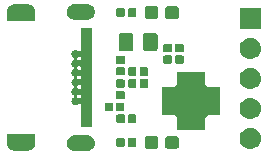
<source format=gbr>
G04 #@! TF.GenerationSoftware,KiCad,Pcbnew,5.0.1*
G04 #@! TF.CreationDate,2019-03-26T00:16:52+01:00*
G04 #@! TF.ProjectId,darling,6461726C696E672E6B696361645F7063,rev?*
G04 #@! TF.SameCoordinates,Original*
G04 #@! TF.FileFunction,Soldermask,Top*
G04 #@! TF.FilePolarity,Negative*
%FSLAX46Y46*%
G04 Gerber Fmt 4.6, Leading zero omitted, Abs format (unit mm)*
G04 Created by KiCad (PCBNEW 5.0.1) date Tue 26 Mar 2019 12:16:52 AM CET*
%MOMM*%
%LPD*%
G01*
G04 APERTURE LIST*
%ADD10C,0.100000*%
G04 APERTURE END LIST*
D10*
G36*
X120759803Y-128250723D02*
X120763287Y-128251780D01*
X120769227Y-128253582D01*
X120777913Y-128258225D01*
X120779651Y-128259651D01*
X120785527Y-128264473D01*
X120790349Y-128270349D01*
X120791775Y-128272087D01*
X120796418Y-128280773D01*
X120798220Y-128286713D01*
X120799277Y-128290197D01*
X120800847Y-128306141D01*
X120800847Y-129043856D01*
X120800798Y-129044354D01*
X120800358Y-129053988D01*
X120800325Y-129053987D01*
X120799734Y-129068089D01*
X120792110Y-129151851D01*
X120790356Y-129163440D01*
X120788528Y-129172346D01*
X120788189Y-129174058D01*
X120786449Y-129183181D01*
X120783840Y-129193966D01*
X120760106Y-129274605D01*
X120756129Y-129285652D01*
X120752603Y-129294041D01*
X120751939Y-129295653D01*
X120748452Y-129304283D01*
X120743809Y-129314332D01*
X120704864Y-129388826D01*
X120698812Y-129398900D01*
X120693765Y-129406381D01*
X120692794Y-129407841D01*
X120687660Y-129415687D01*
X120681158Y-129424636D01*
X120628478Y-129490157D01*
X120620603Y-129498841D01*
X120614138Y-129505261D01*
X120612909Y-129506499D01*
X120606404Y-129513142D01*
X120598267Y-129520676D01*
X120533847Y-129574731D01*
X120524470Y-129581692D01*
X120516884Y-129586732D01*
X120515430Y-129587713D01*
X120507746Y-129592975D01*
X120498314Y-129598777D01*
X120424623Y-129639290D01*
X120414059Y-129644304D01*
X120405680Y-129647758D01*
X120404073Y-129648433D01*
X120395458Y-129652125D01*
X120385087Y-129655982D01*
X120304974Y-129681395D01*
X120293566Y-129684281D01*
X120284634Y-129686050D01*
X120282925Y-129686401D01*
X120273854Y-129688329D01*
X120262908Y-129690102D01*
X120179378Y-129699472D01*
X120169084Y-129700012D01*
X120168653Y-129700035D01*
X120154632Y-129700819D01*
X120151535Y-129700841D01*
X120150953Y-129700843D01*
X120150082Y-129700843D01*
X120149917Y-129700847D01*
X119050700Y-129700847D01*
X119040439Y-129700237D01*
X119039130Y-129700166D01*
X119027347Y-129699589D01*
X118943700Y-129691388D01*
X118932104Y-129689551D01*
X118923225Y-129687664D01*
X118921520Y-129687314D01*
X118912359Y-129685500D01*
X118901624Y-129682824D01*
X118821344Y-129658586D01*
X118821099Y-129658508D01*
X118810127Y-129654472D01*
X118801714Y-129650866D01*
X118800105Y-129650190D01*
X118791542Y-129646661D01*
X118781518Y-129641944D01*
X118707315Y-129602490D01*
X118697288Y-129596369D01*
X118689818Y-129591254D01*
X118688367Y-129590276D01*
X118680586Y-129585106D01*
X118671664Y-129578529D01*
X118606495Y-129525377D01*
X118597891Y-129517463D01*
X118591516Y-129510954D01*
X118590298Y-129509727D01*
X118583672Y-129503146D01*
X118576209Y-129494973D01*
X118522618Y-129430195D01*
X118515691Y-129420727D01*
X118510724Y-129413138D01*
X118509759Y-129411685D01*
X118504542Y-129403950D01*
X118498799Y-129394467D01*
X118458803Y-129320496D01*
X118453867Y-129309904D01*
X118450461Y-129301474D01*
X118449798Y-129299866D01*
X118446182Y-129291263D01*
X118442397Y-129280864D01*
X118417465Y-129200322D01*
X118417289Y-129199545D01*
X118414735Y-129189150D01*
X118413027Y-129180201D01*
X118412691Y-129178505D01*
X118410818Y-129169379D01*
X118409125Y-129158440D01*
X118400337Y-129074828D01*
X118399806Y-129063115D01*
X118399842Y-129057893D01*
X118399243Y-129044771D01*
X118399153Y-129043857D01*
X118399153Y-128306141D01*
X118400723Y-128290197D01*
X118401780Y-128286713D01*
X118403582Y-128280773D01*
X118408225Y-128272087D01*
X118409651Y-128270349D01*
X118414473Y-128264473D01*
X118420349Y-128259651D01*
X118422087Y-128258225D01*
X118430773Y-128253582D01*
X118436713Y-128251780D01*
X118440197Y-128250723D01*
X118456141Y-128249153D01*
X120743859Y-128249153D01*
X120759803Y-128250723D01*
X120759803Y-128250723D01*
G37*
G36*
X125315486Y-128408229D02*
X125327423Y-128409405D01*
X125388685Y-128427989D01*
X125449948Y-128446573D01*
X125562868Y-128506930D01*
X125661843Y-128588157D01*
X125743070Y-128687132D01*
X125803427Y-128800052D01*
X125840595Y-128922578D01*
X125853145Y-129050000D01*
X125843052Y-129152471D01*
X125840595Y-129177423D01*
X125824114Y-129231751D01*
X125803427Y-129299948D01*
X125743070Y-129412868D01*
X125661843Y-129511843D01*
X125562868Y-129593070D01*
X125449948Y-129653427D01*
X125388685Y-129672011D01*
X125327423Y-129690595D01*
X125319371Y-129691388D01*
X125231932Y-129700000D01*
X124068068Y-129700000D01*
X123980629Y-129691388D01*
X123972577Y-129690595D01*
X123911315Y-129672011D01*
X123850052Y-129653427D01*
X123737132Y-129593070D01*
X123638157Y-129511843D01*
X123556930Y-129412868D01*
X123496573Y-129299948D01*
X123475886Y-129231751D01*
X123459405Y-129177423D01*
X123456948Y-129152471D01*
X123446855Y-129050000D01*
X123459405Y-128922578D01*
X123496573Y-128800052D01*
X123556930Y-128687132D01*
X123638157Y-128588157D01*
X123737132Y-128506930D01*
X123850052Y-128446573D01*
X123911315Y-128427989D01*
X123972577Y-128409405D01*
X123984514Y-128408229D01*
X124068068Y-128400000D01*
X125231932Y-128400000D01*
X125315486Y-128408229D01*
X125315486Y-128408229D01*
G37*
G36*
X139110443Y-127765519D02*
X139176627Y-127772037D01*
X139289853Y-127806384D01*
X139346467Y-127823557D01*
X139485087Y-127897652D01*
X139502991Y-127907222D01*
X139538729Y-127936552D01*
X139640186Y-128019814D01*
X139723448Y-128121271D01*
X139752778Y-128157009D01*
X139752779Y-128157011D01*
X139836443Y-128313533D01*
X139836443Y-128313534D01*
X139887963Y-128483373D01*
X139905359Y-128660000D01*
X139887963Y-128836627D01*
X139861890Y-128922577D01*
X139836443Y-129006467D01*
X139762348Y-129145087D01*
X139752778Y-129162991D01*
X139738654Y-129180201D01*
X139640186Y-129300186D01*
X139538729Y-129383448D01*
X139502991Y-129412778D01*
X139502317Y-129413138D01*
X139346467Y-129496443D01*
X139301178Y-129510181D01*
X139176627Y-129547963D01*
X139110443Y-129554481D01*
X139044260Y-129561000D01*
X138955740Y-129561000D01*
X138889557Y-129554481D01*
X138823373Y-129547963D01*
X138698822Y-129510181D01*
X138653533Y-129496443D01*
X138497683Y-129413138D01*
X138497009Y-129412778D01*
X138461271Y-129383448D01*
X138359814Y-129300186D01*
X138261346Y-129180201D01*
X138247222Y-129162991D01*
X138237652Y-129145087D01*
X138163557Y-129006467D01*
X138138110Y-128922577D01*
X138112037Y-128836627D01*
X138094641Y-128660000D01*
X138112037Y-128483373D01*
X138163557Y-128313534D01*
X138163557Y-128313533D01*
X138247221Y-128157011D01*
X138247222Y-128157009D01*
X138276552Y-128121271D01*
X138359814Y-128019814D01*
X138461271Y-127936552D01*
X138497009Y-127907222D01*
X138514913Y-127897652D01*
X138653533Y-127823557D01*
X138710147Y-127806384D01*
X138823373Y-127772037D01*
X138889557Y-127765519D01*
X138955740Y-127759000D01*
X139044260Y-127759000D01*
X139110443Y-127765519D01*
X139110443Y-127765519D01*
G37*
G36*
X132789499Y-128478445D02*
X132826993Y-128489819D01*
X132861557Y-128508294D01*
X132891847Y-128533153D01*
X132916706Y-128563443D01*
X132935181Y-128598007D01*
X132946555Y-128635501D01*
X132951000Y-128680638D01*
X132951000Y-129319362D01*
X132946555Y-129364499D01*
X132935181Y-129401993D01*
X132916706Y-129436557D01*
X132891847Y-129466847D01*
X132861557Y-129491706D01*
X132826993Y-129510181D01*
X132789499Y-129521555D01*
X132744362Y-129526000D01*
X132005638Y-129526000D01*
X131960501Y-129521555D01*
X131923007Y-129510181D01*
X131888443Y-129491706D01*
X131858153Y-129466847D01*
X131833294Y-129436557D01*
X131814819Y-129401993D01*
X131803445Y-129364499D01*
X131799000Y-129319362D01*
X131799000Y-128680638D01*
X131803445Y-128635501D01*
X131814819Y-128598007D01*
X131833294Y-128563443D01*
X131858153Y-128533153D01*
X131888443Y-128508294D01*
X131923007Y-128489819D01*
X131960501Y-128478445D01*
X132005638Y-128474000D01*
X132744362Y-128474000D01*
X132789499Y-128478445D01*
X132789499Y-128478445D01*
G37*
G36*
X131039499Y-128478445D02*
X131076993Y-128489819D01*
X131111557Y-128508294D01*
X131141847Y-128533153D01*
X131166706Y-128563443D01*
X131185181Y-128598007D01*
X131196555Y-128635501D01*
X131201000Y-128680638D01*
X131201000Y-129319362D01*
X131196555Y-129364499D01*
X131185181Y-129401993D01*
X131166706Y-129436557D01*
X131141847Y-129466847D01*
X131111557Y-129491706D01*
X131076993Y-129510181D01*
X131039499Y-129521555D01*
X130994362Y-129526000D01*
X130255638Y-129526000D01*
X130210501Y-129521555D01*
X130173007Y-129510181D01*
X130138443Y-129491706D01*
X130108153Y-129466847D01*
X130083294Y-129436557D01*
X130064819Y-129401993D01*
X130053445Y-129364499D01*
X130049000Y-129319362D01*
X130049000Y-128680638D01*
X130053445Y-128635501D01*
X130064819Y-128598007D01*
X130083294Y-128563443D01*
X130108153Y-128533153D01*
X130138443Y-128508294D01*
X130173007Y-128489819D01*
X130210501Y-128478445D01*
X130255638Y-128474000D01*
X130994362Y-128474000D01*
X131039499Y-128478445D01*
X131039499Y-128478445D01*
G37*
G36*
X129241938Y-128631716D02*
X129262556Y-128637970D01*
X129281556Y-128648126D01*
X129298208Y-128661792D01*
X129311874Y-128678444D01*
X129322030Y-128697444D01*
X129328284Y-128718062D01*
X129331000Y-128745640D01*
X129331000Y-129254360D01*
X129328284Y-129281938D01*
X129322030Y-129302556D01*
X129311874Y-129321556D01*
X129298208Y-129338208D01*
X129281556Y-129351874D01*
X129262556Y-129362030D01*
X129241938Y-129368284D01*
X129214360Y-129371000D01*
X128755640Y-129371000D01*
X128728062Y-129368284D01*
X128707444Y-129362030D01*
X128688444Y-129351874D01*
X128671792Y-129338208D01*
X128658126Y-129321556D01*
X128647970Y-129302556D01*
X128641716Y-129281938D01*
X128639000Y-129254360D01*
X128639000Y-128745640D01*
X128641716Y-128718062D01*
X128647970Y-128697444D01*
X128658126Y-128678444D01*
X128671792Y-128661792D01*
X128688444Y-128648126D01*
X128707444Y-128637970D01*
X128728062Y-128631716D01*
X128755640Y-128629000D01*
X129214360Y-128629000D01*
X129241938Y-128631716D01*
X129241938Y-128631716D01*
G37*
G36*
X128271938Y-128631716D02*
X128292556Y-128637970D01*
X128311556Y-128648126D01*
X128328208Y-128661792D01*
X128341874Y-128678444D01*
X128352030Y-128697444D01*
X128358284Y-128718062D01*
X128361000Y-128745640D01*
X128361000Y-129254360D01*
X128358284Y-129281938D01*
X128352030Y-129302556D01*
X128341874Y-129321556D01*
X128328208Y-129338208D01*
X128311556Y-129351874D01*
X128292556Y-129362030D01*
X128271938Y-129368284D01*
X128244360Y-129371000D01*
X127785640Y-129371000D01*
X127758062Y-129368284D01*
X127737444Y-129362030D01*
X127718444Y-129351874D01*
X127701792Y-129338208D01*
X127688126Y-129321556D01*
X127677970Y-129302556D01*
X127671716Y-129281938D01*
X127669000Y-129254360D01*
X127669000Y-128745640D01*
X127671716Y-128718062D01*
X127677970Y-128697444D01*
X127688126Y-128678444D01*
X127701792Y-128661792D01*
X127718444Y-128648126D01*
X127737444Y-128637970D01*
X127758062Y-128631716D01*
X127785640Y-128629000D01*
X128244360Y-128629000D01*
X128271938Y-128631716D01*
X128271938Y-128631716D01*
G37*
G36*
X135201000Y-124074000D02*
X135203402Y-124098386D01*
X135210515Y-124121835D01*
X135222066Y-124143446D01*
X135237612Y-124162388D01*
X135256554Y-124177934D01*
X135278165Y-124189485D01*
X135301614Y-124196598D01*
X135303242Y-124196758D01*
X135303402Y-124198386D01*
X135310515Y-124221835D01*
X135322066Y-124243446D01*
X135337612Y-124262388D01*
X135356554Y-124277934D01*
X135378165Y-124289485D01*
X135401614Y-124296598D01*
X135426000Y-124299000D01*
X136451000Y-124299000D01*
X136451000Y-126701000D01*
X135426000Y-126701000D01*
X135401614Y-126703402D01*
X135378165Y-126710515D01*
X135356554Y-126722066D01*
X135337612Y-126737612D01*
X135322066Y-126756554D01*
X135310515Y-126778165D01*
X135303402Y-126801614D01*
X135303242Y-126803242D01*
X135301614Y-126803402D01*
X135278165Y-126810515D01*
X135256554Y-126822066D01*
X135237612Y-126837612D01*
X135222066Y-126856554D01*
X135210515Y-126878165D01*
X135203402Y-126901614D01*
X135201000Y-126926000D01*
X135201000Y-127951000D01*
X132799000Y-127951000D01*
X132799000Y-126926000D01*
X132796598Y-126901614D01*
X132789485Y-126878165D01*
X132777934Y-126856554D01*
X132762388Y-126837612D01*
X132743446Y-126822066D01*
X132721835Y-126810515D01*
X132698386Y-126803402D01*
X132696758Y-126803242D01*
X132696598Y-126801614D01*
X132689485Y-126778165D01*
X132677934Y-126756554D01*
X132662388Y-126737612D01*
X132643446Y-126722066D01*
X132621835Y-126710515D01*
X132598386Y-126703402D01*
X132574000Y-126701000D01*
X131549000Y-126701000D01*
X131549000Y-124299000D01*
X132574000Y-124299000D01*
X132598386Y-124296598D01*
X132621835Y-124289485D01*
X132643446Y-124277934D01*
X132662388Y-124262388D01*
X132677934Y-124243446D01*
X132689485Y-124221835D01*
X132696598Y-124198386D01*
X132696758Y-124196758D01*
X132698386Y-124196598D01*
X132721835Y-124189485D01*
X132743446Y-124177934D01*
X132762388Y-124162388D01*
X132777934Y-124143446D01*
X132789485Y-124121835D01*
X132796598Y-124098386D01*
X132799000Y-124074000D01*
X132799000Y-123049000D01*
X135201000Y-123049000D01*
X135201000Y-124074000D01*
X135201000Y-124074000D01*
G37*
G36*
X125600000Y-127695000D02*
X124650000Y-127695000D01*
X124650000Y-125846751D01*
X124647598Y-125822365D01*
X124640485Y-125798916D01*
X124628934Y-125777305D01*
X124613388Y-125758363D01*
X124594446Y-125742817D01*
X124572835Y-125731266D01*
X124549386Y-125724153D01*
X124525000Y-125721751D01*
X124500614Y-125724153D01*
X124477165Y-125731266D01*
X124455554Y-125742817D01*
X124436612Y-125758363D01*
X124423112Y-125771863D01*
X124365787Y-125810166D01*
X124302091Y-125836550D01*
X124251377Y-125846638D01*
X124234473Y-125850000D01*
X124165527Y-125850000D01*
X124148623Y-125846638D01*
X124097909Y-125836550D01*
X124034213Y-125810166D01*
X123976888Y-125771863D01*
X123928137Y-125723112D01*
X123889834Y-125665787D01*
X123863450Y-125602091D01*
X123850000Y-125534472D01*
X123850000Y-125465528D01*
X123863450Y-125397909D01*
X123889834Y-125334213D01*
X123928137Y-125276888D01*
X123976888Y-125228137D01*
X124013118Y-125203929D01*
X124032054Y-125188389D01*
X124047599Y-125169447D01*
X124059151Y-125147836D01*
X124066264Y-125124387D01*
X124068666Y-125100000D01*
X124331334Y-125100000D01*
X124333736Y-125124386D01*
X124340849Y-125147835D01*
X124352400Y-125169446D01*
X124367945Y-125188388D01*
X124386882Y-125203929D01*
X124423112Y-125228137D01*
X124436612Y-125241637D01*
X124455554Y-125257183D01*
X124477165Y-125268734D01*
X124500614Y-125275847D01*
X124525000Y-125278249D01*
X124549386Y-125275847D01*
X124572835Y-125268734D01*
X124594446Y-125257183D01*
X124613388Y-125241637D01*
X124628934Y-125222695D01*
X124640485Y-125201084D01*
X124647598Y-125177635D01*
X124650000Y-125153249D01*
X124650000Y-125046751D01*
X124647598Y-125022365D01*
X124640485Y-124998916D01*
X124628934Y-124977305D01*
X124613388Y-124958363D01*
X124594446Y-124942817D01*
X124572835Y-124931266D01*
X124549386Y-124924153D01*
X124525000Y-124921751D01*
X124500614Y-124924153D01*
X124477165Y-124931266D01*
X124455554Y-124942817D01*
X124436612Y-124958363D01*
X124423112Y-124971863D01*
X124386882Y-124996071D01*
X124367946Y-125011611D01*
X124352401Y-125030553D01*
X124340849Y-125052164D01*
X124333736Y-125075613D01*
X124331334Y-125100000D01*
X124068666Y-125100000D01*
X124066264Y-125075614D01*
X124059151Y-125052165D01*
X124047600Y-125030554D01*
X124032055Y-125011612D01*
X124013118Y-124996071D01*
X123976888Y-124971863D01*
X123928137Y-124923112D01*
X123889834Y-124865787D01*
X123863450Y-124802091D01*
X123850000Y-124734472D01*
X123850000Y-124665528D01*
X123863450Y-124597909D01*
X123889834Y-124534213D01*
X123928137Y-124476888D01*
X123976888Y-124428137D01*
X124013118Y-124403929D01*
X124032054Y-124388389D01*
X124047599Y-124369447D01*
X124059151Y-124347836D01*
X124066264Y-124324387D01*
X124068666Y-124300000D01*
X124331334Y-124300000D01*
X124333736Y-124324386D01*
X124340849Y-124347835D01*
X124352400Y-124369446D01*
X124367945Y-124388388D01*
X124386882Y-124403929D01*
X124423112Y-124428137D01*
X124436612Y-124441637D01*
X124455554Y-124457183D01*
X124477165Y-124468734D01*
X124500614Y-124475847D01*
X124525000Y-124478249D01*
X124549386Y-124475847D01*
X124572835Y-124468734D01*
X124594446Y-124457183D01*
X124613388Y-124441637D01*
X124628934Y-124422695D01*
X124640485Y-124401084D01*
X124647598Y-124377635D01*
X124650000Y-124353249D01*
X124650000Y-124246751D01*
X124647598Y-124222365D01*
X124640485Y-124198916D01*
X124628934Y-124177305D01*
X124613388Y-124158363D01*
X124594446Y-124142817D01*
X124572835Y-124131266D01*
X124549386Y-124124153D01*
X124525000Y-124121751D01*
X124500614Y-124124153D01*
X124477165Y-124131266D01*
X124455554Y-124142817D01*
X124436612Y-124158363D01*
X124423112Y-124171863D01*
X124386882Y-124196071D01*
X124367946Y-124211611D01*
X124352401Y-124230553D01*
X124340849Y-124252164D01*
X124333736Y-124275613D01*
X124331334Y-124300000D01*
X124068666Y-124300000D01*
X124066264Y-124275614D01*
X124059151Y-124252165D01*
X124047600Y-124230554D01*
X124032055Y-124211612D01*
X124013118Y-124196071D01*
X123976888Y-124171863D01*
X123928137Y-124123112D01*
X123889834Y-124065787D01*
X123863450Y-124002091D01*
X123850000Y-123934472D01*
X123850000Y-123865528D01*
X123863450Y-123797909D01*
X123889834Y-123734213D01*
X123928137Y-123676888D01*
X123976888Y-123628137D01*
X124013118Y-123603929D01*
X124032054Y-123588389D01*
X124047599Y-123569447D01*
X124059151Y-123547836D01*
X124066264Y-123524387D01*
X124068666Y-123500000D01*
X124331334Y-123500000D01*
X124333736Y-123524386D01*
X124340849Y-123547835D01*
X124352400Y-123569446D01*
X124367945Y-123588388D01*
X124386882Y-123603929D01*
X124423112Y-123628137D01*
X124436612Y-123641637D01*
X124455554Y-123657183D01*
X124477165Y-123668734D01*
X124500614Y-123675847D01*
X124525000Y-123678249D01*
X124549386Y-123675847D01*
X124572835Y-123668734D01*
X124594446Y-123657183D01*
X124613388Y-123641637D01*
X124628934Y-123622695D01*
X124640485Y-123601084D01*
X124647598Y-123577635D01*
X124650000Y-123553249D01*
X124650000Y-123446751D01*
X124647598Y-123422365D01*
X124640485Y-123398916D01*
X124628934Y-123377305D01*
X124613388Y-123358363D01*
X124594446Y-123342817D01*
X124572835Y-123331266D01*
X124549386Y-123324153D01*
X124525000Y-123321751D01*
X124500614Y-123324153D01*
X124477165Y-123331266D01*
X124455554Y-123342817D01*
X124436612Y-123358363D01*
X124423112Y-123371863D01*
X124386882Y-123396071D01*
X124367946Y-123411611D01*
X124352401Y-123430553D01*
X124340849Y-123452164D01*
X124333736Y-123475613D01*
X124331334Y-123500000D01*
X124068666Y-123500000D01*
X124066264Y-123475614D01*
X124059151Y-123452165D01*
X124047600Y-123430554D01*
X124032055Y-123411612D01*
X124013118Y-123396071D01*
X123976888Y-123371863D01*
X123928137Y-123323112D01*
X123889834Y-123265787D01*
X123863450Y-123202091D01*
X123850000Y-123134472D01*
X123850000Y-123065528D01*
X123863450Y-122997909D01*
X123889834Y-122934213D01*
X123928137Y-122876888D01*
X123976888Y-122828137D01*
X124013118Y-122803929D01*
X124032054Y-122788389D01*
X124047599Y-122769447D01*
X124059151Y-122747836D01*
X124066264Y-122724387D01*
X124068666Y-122700000D01*
X124331334Y-122700000D01*
X124333736Y-122724386D01*
X124340849Y-122747835D01*
X124352400Y-122769446D01*
X124367945Y-122788388D01*
X124386882Y-122803929D01*
X124423112Y-122828137D01*
X124436612Y-122841637D01*
X124455554Y-122857183D01*
X124477165Y-122868734D01*
X124500614Y-122875847D01*
X124525000Y-122878249D01*
X124549386Y-122875847D01*
X124572835Y-122868734D01*
X124594446Y-122857183D01*
X124613388Y-122841637D01*
X124628934Y-122822695D01*
X124640485Y-122801084D01*
X124647598Y-122777635D01*
X124650000Y-122753249D01*
X124650000Y-122646751D01*
X124647598Y-122622365D01*
X124640485Y-122598916D01*
X124628934Y-122577305D01*
X124613388Y-122558363D01*
X124594446Y-122542817D01*
X124572835Y-122531266D01*
X124549386Y-122524153D01*
X124525000Y-122521751D01*
X124500614Y-122524153D01*
X124477165Y-122531266D01*
X124455554Y-122542817D01*
X124436612Y-122558363D01*
X124423112Y-122571863D01*
X124386882Y-122596071D01*
X124367946Y-122611611D01*
X124352401Y-122630553D01*
X124340849Y-122652164D01*
X124333736Y-122675613D01*
X124331334Y-122700000D01*
X124068666Y-122700000D01*
X124066264Y-122675614D01*
X124059151Y-122652165D01*
X124047600Y-122630554D01*
X124032055Y-122611612D01*
X124013118Y-122596071D01*
X123976888Y-122571863D01*
X123928137Y-122523112D01*
X123889834Y-122465787D01*
X123863450Y-122402091D01*
X123850000Y-122334472D01*
X123850000Y-122265528D01*
X123863450Y-122197909D01*
X123889834Y-122134213D01*
X123928137Y-122076888D01*
X123976888Y-122028137D01*
X124013118Y-122003929D01*
X124032054Y-121988389D01*
X124047599Y-121969447D01*
X124059151Y-121947836D01*
X124066264Y-121924387D01*
X124068666Y-121900000D01*
X124331334Y-121900000D01*
X124333736Y-121924386D01*
X124340849Y-121947835D01*
X124352400Y-121969446D01*
X124367945Y-121988388D01*
X124386882Y-122003929D01*
X124423112Y-122028137D01*
X124436612Y-122041637D01*
X124455554Y-122057183D01*
X124477165Y-122068734D01*
X124500614Y-122075847D01*
X124525000Y-122078249D01*
X124549386Y-122075847D01*
X124572835Y-122068734D01*
X124594446Y-122057183D01*
X124613388Y-122041637D01*
X124628934Y-122022695D01*
X124640485Y-122001084D01*
X124647598Y-121977635D01*
X124650000Y-121953249D01*
X124650000Y-121846751D01*
X124647598Y-121822365D01*
X124640485Y-121798916D01*
X124628934Y-121777305D01*
X124613388Y-121758363D01*
X124594446Y-121742817D01*
X124572835Y-121731266D01*
X124549386Y-121724153D01*
X124525000Y-121721751D01*
X124500614Y-121724153D01*
X124477165Y-121731266D01*
X124455554Y-121742817D01*
X124436612Y-121758363D01*
X124423112Y-121771863D01*
X124386882Y-121796071D01*
X124367946Y-121811611D01*
X124352401Y-121830553D01*
X124340849Y-121852164D01*
X124333736Y-121875613D01*
X124331334Y-121900000D01*
X124068666Y-121900000D01*
X124066264Y-121875614D01*
X124059151Y-121852165D01*
X124047600Y-121830554D01*
X124032055Y-121811612D01*
X124013118Y-121796071D01*
X123976888Y-121771863D01*
X123928137Y-121723112D01*
X123889834Y-121665787D01*
X123863450Y-121602091D01*
X123853363Y-121551377D01*
X123850000Y-121534473D01*
X123850000Y-121465527D01*
X123853363Y-121448623D01*
X123863450Y-121397909D01*
X123889834Y-121334213D01*
X123928137Y-121276888D01*
X123976888Y-121228137D01*
X124034213Y-121189834D01*
X124097909Y-121163450D01*
X124149194Y-121153249D01*
X124165527Y-121150000D01*
X124234473Y-121150000D01*
X124250806Y-121153249D01*
X124302091Y-121163450D01*
X124365787Y-121189834D01*
X124423112Y-121228137D01*
X124436612Y-121241637D01*
X124455554Y-121257183D01*
X124477165Y-121268734D01*
X124500614Y-121275847D01*
X124525000Y-121278249D01*
X124549386Y-121275847D01*
X124572835Y-121268734D01*
X124594446Y-121257183D01*
X124613388Y-121241637D01*
X124628934Y-121222695D01*
X124640485Y-121201084D01*
X124647598Y-121177635D01*
X124650000Y-121153249D01*
X124650000Y-119305000D01*
X125600000Y-119305000D01*
X125600000Y-127695000D01*
X125600000Y-127695000D01*
G37*
G36*
X129241938Y-126631716D02*
X129262556Y-126637970D01*
X129281556Y-126648126D01*
X129298208Y-126661792D01*
X129311874Y-126678444D01*
X129322030Y-126697444D01*
X129328284Y-126718062D01*
X129331000Y-126745640D01*
X129331000Y-127254360D01*
X129328284Y-127281938D01*
X129322030Y-127302556D01*
X129311874Y-127321556D01*
X129298208Y-127338208D01*
X129281556Y-127351874D01*
X129262556Y-127362030D01*
X129241938Y-127368284D01*
X129214360Y-127371000D01*
X128755640Y-127371000D01*
X128728062Y-127368284D01*
X128707444Y-127362030D01*
X128688444Y-127351874D01*
X128671792Y-127338208D01*
X128658126Y-127321556D01*
X128647970Y-127302556D01*
X128641716Y-127281938D01*
X128639000Y-127254360D01*
X128639000Y-126745640D01*
X128641716Y-126718062D01*
X128647970Y-126697444D01*
X128658126Y-126678444D01*
X128671792Y-126661792D01*
X128688444Y-126648126D01*
X128707444Y-126637970D01*
X128728062Y-126631716D01*
X128755640Y-126629000D01*
X129214360Y-126629000D01*
X129241938Y-126631716D01*
X129241938Y-126631716D01*
G37*
G36*
X128271938Y-126631716D02*
X128292556Y-126637970D01*
X128311556Y-126648126D01*
X128328208Y-126661792D01*
X128341874Y-126678444D01*
X128352030Y-126697444D01*
X128358284Y-126718062D01*
X128361000Y-126745640D01*
X128361000Y-127254360D01*
X128358284Y-127281938D01*
X128352030Y-127302556D01*
X128341874Y-127321556D01*
X128328208Y-127338208D01*
X128311556Y-127351874D01*
X128292556Y-127362030D01*
X128271938Y-127368284D01*
X128244360Y-127371000D01*
X127785640Y-127371000D01*
X127758062Y-127368284D01*
X127737444Y-127362030D01*
X127718444Y-127351874D01*
X127701792Y-127338208D01*
X127688126Y-127321556D01*
X127677970Y-127302556D01*
X127671716Y-127281938D01*
X127669000Y-127254360D01*
X127669000Y-126745640D01*
X127671716Y-126718062D01*
X127677970Y-126697444D01*
X127688126Y-126678444D01*
X127701792Y-126661792D01*
X127718444Y-126648126D01*
X127737444Y-126637970D01*
X127758062Y-126631716D01*
X127785640Y-126629000D01*
X128244360Y-126629000D01*
X128271938Y-126631716D01*
X128271938Y-126631716D01*
G37*
G36*
X139081775Y-125222695D02*
X139176627Y-125232037D01*
X139249405Y-125254114D01*
X139346467Y-125283557D01*
X139430144Y-125328284D01*
X139502991Y-125367222D01*
X139538729Y-125396552D01*
X139640186Y-125479814D01*
X139723448Y-125581271D01*
X139752778Y-125617009D01*
X139752779Y-125617011D01*
X139836443Y-125773533D01*
X139836443Y-125773534D01*
X139887963Y-125943373D01*
X139905359Y-126120000D01*
X139887963Y-126296627D01*
X139866226Y-126368284D01*
X139836443Y-126466467D01*
X139762348Y-126605087D01*
X139752778Y-126622991D01*
X139740485Y-126637970D01*
X139640186Y-126760186D01*
X139545841Y-126837612D01*
X139502991Y-126872778D01*
X139502989Y-126872779D01*
X139346467Y-126956443D01*
X139289853Y-126973616D01*
X139176627Y-127007963D01*
X139110442Y-127014482D01*
X139044260Y-127021000D01*
X138955740Y-127021000D01*
X138889558Y-127014482D01*
X138823373Y-127007963D01*
X138710147Y-126973616D01*
X138653533Y-126956443D01*
X138497011Y-126872779D01*
X138497009Y-126872778D01*
X138454159Y-126837612D01*
X138359814Y-126760186D01*
X138259515Y-126637970D01*
X138247222Y-126622991D01*
X138237652Y-126605087D01*
X138163557Y-126466467D01*
X138133774Y-126368284D01*
X138112037Y-126296627D01*
X138094641Y-126120000D01*
X138112037Y-125943373D01*
X138163557Y-125773534D01*
X138163557Y-125773533D01*
X138247221Y-125617011D01*
X138247222Y-125617009D01*
X138276552Y-125581271D01*
X138359814Y-125479814D01*
X138461271Y-125396552D01*
X138497009Y-125367222D01*
X138569856Y-125328284D01*
X138653533Y-125283557D01*
X138750595Y-125254114D01*
X138823373Y-125232037D01*
X138918225Y-125222695D01*
X138955740Y-125219000D01*
X139044260Y-125219000D01*
X139081775Y-125222695D01*
X139081775Y-125222695D01*
G37*
G36*
X127271938Y-125631716D02*
X127292556Y-125637970D01*
X127311556Y-125648126D01*
X127328208Y-125661792D01*
X127341874Y-125678444D01*
X127352030Y-125697444D01*
X127358284Y-125718062D01*
X127361000Y-125745640D01*
X127361000Y-126254360D01*
X127358284Y-126281938D01*
X127352030Y-126302556D01*
X127341874Y-126321556D01*
X127328208Y-126338208D01*
X127311556Y-126351874D01*
X127292556Y-126362030D01*
X127271938Y-126368284D01*
X127244360Y-126371000D01*
X126785640Y-126371000D01*
X126758062Y-126368284D01*
X126737444Y-126362030D01*
X126718444Y-126351874D01*
X126701792Y-126338208D01*
X126688126Y-126321556D01*
X126677970Y-126302556D01*
X126671716Y-126281938D01*
X126669000Y-126254360D01*
X126669000Y-125745640D01*
X126671716Y-125718062D01*
X126677970Y-125697444D01*
X126688126Y-125678444D01*
X126701792Y-125661792D01*
X126718444Y-125648126D01*
X126737444Y-125637970D01*
X126758062Y-125631716D01*
X126785640Y-125629000D01*
X127244360Y-125629000D01*
X127271938Y-125631716D01*
X127271938Y-125631716D01*
G37*
G36*
X128241938Y-125631716D02*
X128262556Y-125637970D01*
X128281556Y-125648126D01*
X128298208Y-125661792D01*
X128311874Y-125678444D01*
X128322030Y-125697444D01*
X128328284Y-125718062D01*
X128331000Y-125745640D01*
X128331000Y-126254360D01*
X128328284Y-126281938D01*
X128322030Y-126302556D01*
X128311874Y-126321556D01*
X128298208Y-126338208D01*
X128281556Y-126351874D01*
X128262556Y-126362030D01*
X128241938Y-126368284D01*
X128214360Y-126371000D01*
X127755640Y-126371000D01*
X127728062Y-126368284D01*
X127707444Y-126362030D01*
X127688444Y-126351874D01*
X127671792Y-126338208D01*
X127658126Y-126321556D01*
X127647970Y-126302556D01*
X127641716Y-126281938D01*
X127639000Y-126254360D01*
X127639000Y-125745640D01*
X127641716Y-125718062D01*
X127647970Y-125697444D01*
X127658126Y-125678444D01*
X127671792Y-125661792D01*
X127688444Y-125648126D01*
X127707444Y-125637970D01*
X127728062Y-125631716D01*
X127755640Y-125629000D01*
X128214360Y-125629000D01*
X128241938Y-125631716D01*
X128241938Y-125631716D01*
G37*
G36*
X128281938Y-124641716D02*
X128302556Y-124647970D01*
X128321556Y-124658126D01*
X128338208Y-124671792D01*
X128351874Y-124688444D01*
X128362030Y-124707444D01*
X128368284Y-124728062D01*
X128371000Y-124755640D01*
X128371000Y-125214360D01*
X128368284Y-125241938D01*
X128362030Y-125262556D01*
X128351874Y-125281556D01*
X128338208Y-125298208D01*
X128321556Y-125311874D01*
X128302556Y-125322030D01*
X128281938Y-125328284D01*
X128254360Y-125331000D01*
X127745640Y-125331000D01*
X127718062Y-125328284D01*
X127697444Y-125322030D01*
X127678444Y-125311874D01*
X127661792Y-125298208D01*
X127648126Y-125281556D01*
X127637970Y-125262556D01*
X127631716Y-125241938D01*
X127629000Y-125214360D01*
X127629000Y-124755640D01*
X127631716Y-124728062D01*
X127637970Y-124707444D01*
X127648126Y-124688444D01*
X127661792Y-124671792D01*
X127678444Y-124658126D01*
X127697444Y-124647970D01*
X127718062Y-124641716D01*
X127745640Y-124639000D01*
X128254360Y-124639000D01*
X128281938Y-124641716D01*
X128281938Y-124641716D01*
G37*
G36*
X139110442Y-122685518D02*
X139176627Y-122692037D01*
X139283271Y-122724387D01*
X139346467Y-122743557D01*
X139459423Y-122803934D01*
X139502991Y-122827222D01*
X139538729Y-122856552D01*
X139640186Y-122939814D01*
X139723448Y-123041271D01*
X139752778Y-123077009D01*
X139752779Y-123077011D01*
X139836443Y-123233533D01*
X139845247Y-123262556D01*
X139887963Y-123403373D01*
X139905359Y-123580000D01*
X139887963Y-123756627D01*
X139862065Y-123842000D01*
X139836443Y-123926467D01*
X139762348Y-124065087D01*
X139752778Y-124082991D01*
X139723448Y-124118729D01*
X139640186Y-124220186D01*
X139550103Y-124294114D01*
X139502991Y-124332778D01*
X139502989Y-124332779D01*
X139346467Y-124416443D01*
X139307916Y-124428137D01*
X139176627Y-124467963D01*
X139110443Y-124474481D01*
X139044260Y-124481000D01*
X138955740Y-124481000D01*
X138889557Y-124474481D01*
X138823373Y-124467963D01*
X138692084Y-124428137D01*
X138653533Y-124416443D01*
X138497011Y-124332779D01*
X138497009Y-124332778D01*
X138449897Y-124294114D01*
X138359814Y-124220186D01*
X138276552Y-124118729D01*
X138247222Y-124082991D01*
X138237652Y-124065087D01*
X138163557Y-123926467D01*
X138137935Y-123842000D01*
X138112037Y-123756627D01*
X138094641Y-123580000D01*
X138112037Y-123403373D01*
X138154753Y-123262556D01*
X138163557Y-123233533D01*
X138247221Y-123077011D01*
X138247222Y-123077009D01*
X138276552Y-123041271D01*
X138359814Y-122939814D01*
X138461271Y-122856552D01*
X138497009Y-122827222D01*
X138540577Y-122803934D01*
X138653533Y-122743557D01*
X138716729Y-122724387D01*
X138823373Y-122692037D01*
X138889558Y-122685518D01*
X138955740Y-122679000D01*
X139044260Y-122679000D01*
X139110442Y-122685518D01*
X139110442Y-122685518D01*
G37*
G36*
X129271938Y-123631716D02*
X129292556Y-123637970D01*
X129311556Y-123648126D01*
X129328208Y-123661792D01*
X129341874Y-123678444D01*
X129352030Y-123697444D01*
X129358284Y-123718062D01*
X129361000Y-123745640D01*
X129361000Y-124254360D01*
X129358284Y-124281938D01*
X129352030Y-124302556D01*
X129341874Y-124321556D01*
X129328208Y-124338208D01*
X129311556Y-124351874D01*
X129292556Y-124362030D01*
X129271938Y-124368284D01*
X129244360Y-124371000D01*
X128785640Y-124371000D01*
X128758062Y-124368284D01*
X128737444Y-124362030D01*
X128718444Y-124351874D01*
X128701792Y-124338208D01*
X128688126Y-124321556D01*
X128677970Y-124302556D01*
X128671716Y-124281938D01*
X128669000Y-124254360D01*
X128669000Y-123745640D01*
X128671716Y-123718062D01*
X128677970Y-123697444D01*
X128688126Y-123678444D01*
X128701792Y-123661792D01*
X128718444Y-123648126D01*
X128737444Y-123637970D01*
X128758062Y-123631716D01*
X128785640Y-123629000D01*
X129244360Y-123629000D01*
X129271938Y-123631716D01*
X129271938Y-123631716D01*
G37*
G36*
X130241938Y-123631716D02*
X130262556Y-123637970D01*
X130281556Y-123648126D01*
X130298208Y-123661792D01*
X130311874Y-123678444D01*
X130322030Y-123697444D01*
X130328284Y-123718062D01*
X130331000Y-123745640D01*
X130331000Y-124254360D01*
X130328284Y-124281938D01*
X130322030Y-124302556D01*
X130311874Y-124321556D01*
X130298208Y-124338208D01*
X130281556Y-124351874D01*
X130262556Y-124362030D01*
X130241938Y-124368284D01*
X130214360Y-124371000D01*
X129755640Y-124371000D01*
X129728062Y-124368284D01*
X129707444Y-124362030D01*
X129688444Y-124351874D01*
X129671792Y-124338208D01*
X129658126Y-124321556D01*
X129647970Y-124302556D01*
X129641716Y-124281938D01*
X129639000Y-124254360D01*
X129639000Y-123745640D01*
X129641716Y-123718062D01*
X129647970Y-123697444D01*
X129658126Y-123678444D01*
X129671792Y-123661792D01*
X129688444Y-123648126D01*
X129707444Y-123637970D01*
X129728062Y-123631716D01*
X129755640Y-123629000D01*
X130214360Y-123629000D01*
X130241938Y-123631716D01*
X130241938Y-123631716D01*
G37*
G36*
X128281938Y-123671716D02*
X128302556Y-123677970D01*
X128321556Y-123688126D01*
X128338208Y-123701792D01*
X128351874Y-123718444D01*
X128362030Y-123737444D01*
X128368284Y-123758062D01*
X128371000Y-123785640D01*
X128371000Y-124244360D01*
X128368284Y-124271938D01*
X128362030Y-124292556D01*
X128351874Y-124311556D01*
X128338208Y-124328208D01*
X128321556Y-124341874D01*
X128302556Y-124352030D01*
X128281938Y-124358284D01*
X128254360Y-124361000D01*
X127745640Y-124361000D01*
X127718062Y-124358284D01*
X127697444Y-124352030D01*
X127678444Y-124341874D01*
X127661792Y-124328208D01*
X127648126Y-124311556D01*
X127637970Y-124292556D01*
X127631716Y-124271938D01*
X127629000Y-124244360D01*
X127629000Y-123785640D01*
X127631716Y-123758062D01*
X127637970Y-123737444D01*
X127648126Y-123718444D01*
X127661792Y-123701792D01*
X127678444Y-123688126D01*
X127697444Y-123677970D01*
X127718062Y-123671716D01*
X127745640Y-123669000D01*
X128254360Y-123669000D01*
X128281938Y-123671716D01*
X128281938Y-123671716D01*
G37*
G36*
X130241938Y-122631716D02*
X130262556Y-122637970D01*
X130281556Y-122648126D01*
X130298208Y-122661792D01*
X130311874Y-122678444D01*
X130322030Y-122697444D01*
X130328284Y-122718062D01*
X130331000Y-122745640D01*
X130331000Y-123254360D01*
X130328284Y-123281938D01*
X130322030Y-123302556D01*
X130311874Y-123321556D01*
X130298208Y-123338208D01*
X130281556Y-123351874D01*
X130262556Y-123362030D01*
X130241938Y-123368284D01*
X130214360Y-123371000D01*
X129755640Y-123371000D01*
X129728062Y-123368284D01*
X129707444Y-123362030D01*
X129688444Y-123351874D01*
X129671792Y-123338208D01*
X129658126Y-123321556D01*
X129647970Y-123302556D01*
X129641716Y-123281938D01*
X129639000Y-123254360D01*
X129639000Y-122745640D01*
X129641716Y-122718062D01*
X129647970Y-122697444D01*
X129658126Y-122678444D01*
X129671792Y-122661792D01*
X129688444Y-122648126D01*
X129707444Y-122637970D01*
X129728062Y-122631716D01*
X129755640Y-122629000D01*
X130214360Y-122629000D01*
X130241938Y-122631716D01*
X130241938Y-122631716D01*
G37*
G36*
X129271938Y-122631716D02*
X129292556Y-122637970D01*
X129311556Y-122648126D01*
X129328208Y-122661792D01*
X129341874Y-122678444D01*
X129352030Y-122697444D01*
X129358284Y-122718062D01*
X129361000Y-122745640D01*
X129361000Y-123254360D01*
X129358284Y-123281938D01*
X129352030Y-123302556D01*
X129341874Y-123321556D01*
X129328208Y-123338208D01*
X129311556Y-123351874D01*
X129292556Y-123362030D01*
X129271938Y-123368284D01*
X129244360Y-123371000D01*
X128785640Y-123371000D01*
X128758062Y-123368284D01*
X128737444Y-123362030D01*
X128718444Y-123351874D01*
X128701792Y-123338208D01*
X128688126Y-123321556D01*
X128677970Y-123302556D01*
X128671716Y-123281938D01*
X128669000Y-123254360D01*
X128669000Y-122745640D01*
X128671716Y-122718062D01*
X128677970Y-122697444D01*
X128688126Y-122678444D01*
X128701792Y-122661792D01*
X128718444Y-122648126D01*
X128737444Y-122637970D01*
X128758062Y-122631716D01*
X128785640Y-122629000D01*
X129244360Y-122629000D01*
X129271938Y-122631716D01*
X129271938Y-122631716D01*
G37*
G36*
X128281938Y-122641716D02*
X128302556Y-122647970D01*
X128321556Y-122658126D01*
X128338208Y-122671792D01*
X128351874Y-122688444D01*
X128362030Y-122707444D01*
X128368284Y-122728062D01*
X128371000Y-122755640D01*
X128371000Y-123214360D01*
X128368284Y-123241938D01*
X128362030Y-123262556D01*
X128351874Y-123281556D01*
X128338208Y-123298208D01*
X128321556Y-123311874D01*
X128302556Y-123322030D01*
X128281938Y-123328284D01*
X128254360Y-123331000D01*
X127745640Y-123331000D01*
X127718062Y-123328284D01*
X127697444Y-123322030D01*
X127678444Y-123311874D01*
X127661792Y-123298208D01*
X127648126Y-123281556D01*
X127637970Y-123262556D01*
X127631716Y-123241938D01*
X127629000Y-123214360D01*
X127629000Y-122755640D01*
X127631716Y-122728062D01*
X127637970Y-122707444D01*
X127648126Y-122688444D01*
X127661792Y-122671792D01*
X127678444Y-122658126D01*
X127697444Y-122647970D01*
X127718062Y-122641716D01*
X127745640Y-122639000D01*
X128254360Y-122639000D01*
X128281938Y-122641716D01*
X128281938Y-122641716D01*
G37*
G36*
X128281938Y-121671716D02*
X128302556Y-121677970D01*
X128321556Y-121688126D01*
X128338208Y-121701792D01*
X128351874Y-121718444D01*
X128362030Y-121737444D01*
X128368284Y-121758062D01*
X128371000Y-121785640D01*
X128371000Y-122244360D01*
X128368284Y-122271938D01*
X128362030Y-122292556D01*
X128351874Y-122311556D01*
X128338208Y-122328208D01*
X128321556Y-122341874D01*
X128302556Y-122352030D01*
X128281938Y-122358284D01*
X128254360Y-122361000D01*
X127745640Y-122361000D01*
X127718062Y-122358284D01*
X127697444Y-122352030D01*
X127678444Y-122341874D01*
X127661792Y-122328208D01*
X127648126Y-122311556D01*
X127637970Y-122292556D01*
X127631716Y-122271938D01*
X127629000Y-122244360D01*
X127629000Y-121785640D01*
X127631716Y-121758062D01*
X127637970Y-121737444D01*
X127648126Y-121718444D01*
X127661792Y-121701792D01*
X127678444Y-121688126D01*
X127697444Y-121677970D01*
X127718062Y-121671716D01*
X127745640Y-121669000D01*
X128254360Y-121669000D01*
X128281938Y-121671716D01*
X128281938Y-121671716D01*
G37*
G36*
X132281938Y-121641716D02*
X132302556Y-121647970D01*
X132321556Y-121658126D01*
X132338208Y-121671792D01*
X132351874Y-121688444D01*
X132362030Y-121707444D01*
X132368284Y-121728062D01*
X132371000Y-121755640D01*
X132371000Y-122214360D01*
X132368284Y-122241938D01*
X132362030Y-122262556D01*
X132351874Y-122281556D01*
X132338208Y-122298208D01*
X132321556Y-122311874D01*
X132302556Y-122322030D01*
X132281938Y-122328284D01*
X132254360Y-122331000D01*
X131745640Y-122331000D01*
X131718062Y-122328284D01*
X131697444Y-122322030D01*
X131678444Y-122311874D01*
X131661792Y-122298208D01*
X131648126Y-122281556D01*
X131637970Y-122262556D01*
X131631716Y-122241938D01*
X131629000Y-122214360D01*
X131629000Y-121755640D01*
X131631716Y-121728062D01*
X131637970Y-121707444D01*
X131648126Y-121688444D01*
X131661792Y-121671792D01*
X131678444Y-121658126D01*
X131697444Y-121647970D01*
X131718062Y-121641716D01*
X131745640Y-121639000D01*
X132254360Y-121639000D01*
X132281938Y-121641716D01*
X132281938Y-121641716D01*
G37*
G36*
X133281938Y-121641716D02*
X133302556Y-121647970D01*
X133321556Y-121658126D01*
X133338208Y-121671792D01*
X133351874Y-121688444D01*
X133362030Y-121707444D01*
X133368284Y-121728062D01*
X133371000Y-121755640D01*
X133371000Y-122214360D01*
X133368284Y-122241938D01*
X133362030Y-122262556D01*
X133351874Y-122281556D01*
X133338208Y-122298208D01*
X133321556Y-122311874D01*
X133302556Y-122322030D01*
X133281938Y-122328284D01*
X133254360Y-122331000D01*
X132745640Y-122331000D01*
X132718062Y-122328284D01*
X132697444Y-122322030D01*
X132678444Y-122311874D01*
X132661792Y-122298208D01*
X132648126Y-122281556D01*
X132637970Y-122262556D01*
X132631716Y-122241938D01*
X132629000Y-122214360D01*
X132629000Y-121755640D01*
X132631716Y-121728062D01*
X132637970Y-121707444D01*
X132648126Y-121688444D01*
X132661792Y-121671792D01*
X132678444Y-121658126D01*
X132697444Y-121647970D01*
X132718062Y-121641716D01*
X132745640Y-121639000D01*
X133254360Y-121639000D01*
X133281938Y-121641716D01*
X133281938Y-121641716D01*
G37*
G36*
X139110442Y-120145518D02*
X139176627Y-120152037D01*
X139289853Y-120186384D01*
X139346467Y-120203557D01*
X139461417Y-120265000D01*
X139502991Y-120287222D01*
X139538729Y-120316552D01*
X139640186Y-120399814D01*
X139723448Y-120501271D01*
X139752778Y-120537009D01*
X139752779Y-120537011D01*
X139836443Y-120693533D01*
X139844372Y-120719671D01*
X139887963Y-120863373D01*
X139905359Y-121040000D01*
X139887963Y-121216627D01*
X139869999Y-121275847D01*
X139836443Y-121386467D01*
X139794184Y-121465527D01*
X139752778Y-121542991D01*
X139723448Y-121578729D01*
X139640186Y-121680186D01*
X139545292Y-121758062D01*
X139502991Y-121792778D01*
X139502989Y-121792779D01*
X139346467Y-121876443D01*
X139289853Y-121893616D01*
X139176627Y-121927963D01*
X139110443Y-121934481D01*
X139044260Y-121941000D01*
X138955740Y-121941000D01*
X138889557Y-121934481D01*
X138823373Y-121927963D01*
X138710147Y-121893616D01*
X138653533Y-121876443D01*
X138497011Y-121792779D01*
X138497009Y-121792778D01*
X138454708Y-121758062D01*
X138359814Y-121680186D01*
X138276552Y-121578729D01*
X138247222Y-121542991D01*
X138205816Y-121465527D01*
X138163557Y-121386467D01*
X138130001Y-121275847D01*
X138112037Y-121216627D01*
X138094641Y-121040000D01*
X138112037Y-120863373D01*
X138155628Y-120719671D01*
X138163557Y-120693533D01*
X138247221Y-120537011D01*
X138247222Y-120537009D01*
X138276552Y-120501271D01*
X138359814Y-120399814D01*
X138461271Y-120316552D01*
X138497009Y-120287222D01*
X138538583Y-120265000D01*
X138653533Y-120203557D01*
X138710147Y-120186384D01*
X138823373Y-120152037D01*
X138889558Y-120145518D01*
X138955740Y-120139000D01*
X139044260Y-120139000D01*
X139110442Y-120145518D01*
X139110442Y-120145518D01*
G37*
G36*
X133281938Y-120671716D02*
X133302556Y-120677970D01*
X133321556Y-120688126D01*
X133338208Y-120701792D01*
X133351874Y-120718444D01*
X133362030Y-120737444D01*
X133368284Y-120758062D01*
X133371000Y-120785640D01*
X133371000Y-121244360D01*
X133368284Y-121271938D01*
X133362030Y-121292556D01*
X133351874Y-121311556D01*
X133338208Y-121328208D01*
X133321556Y-121341874D01*
X133302556Y-121352030D01*
X133281938Y-121358284D01*
X133254360Y-121361000D01*
X132745640Y-121361000D01*
X132718062Y-121358284D01*
X132697444Y-121352030D01*
X132678444Y-121341874D01*
X132661792Y-121328208D01*
X132648126Y-121311556D01*
X132637970Y-121292556D01*
X132631716Y-121271938D01*
X132629000Y-121244360D01*
X132629000Y-120785640D01*
X132631716Y-120758062D01*
X132637970Y-120737444D01*
X132648126Y-120718444D01*
X132661792Y-120701792D01*
X132678444Y-120688126D01*
X132697444Y-120677970D01*
X132718062Y-120671716D01*
X132745640Y-120669000D01*
X133254360Y-120669000D01*
X133281938Y-120671716D01*
X133281938Y-120671716D01*
G37*
G36*
X132281938Y-120671716D02*
X132302556Y-120677970D01*
X132321556Y-120688126D01*
X132338208Y-120701792D01*
X132351874Y-120718444D01*
X132362030Y-120737444D01*
X132368284Y-120758062D01*
X132371000Y-120785640D01*
X132371000Y-121244360D01*
X132368284Y-121271938D01*
X132362030Y-121292556D01*
X132351874Y-121311556D01*
X132338208Y-121328208D01*
X132321556Y-121341874D01*
X132302556Y-121352030D01*
X132281938Y-121358284D01*
X132254360Y-121361000D01*
X131745640Y-121361000D01*
X131718062Y-121358284D01*
X131697444Y-121352030D01*
X131678444Y-121341874D01*
X131661792Y-121328208D01*
X131648126Y-121311556D01*
X131637970Y-121292556D01*
X131631716Y-121271938D01*
X131629000Y-121244360D01*
X131629000Y-120785640D01*
X131631716Y-120758062D01*
X131637970Y-120737444D01*
X131648126Y-120718444D01*
X131661792Y-120701792D01*
X131678444Y-120688126D01*
X131697444Y-120677970D01*
X131718062Y-120671716D01*
X131745640Y-120669000D01*
X132254360Y-120669000D01*
X132281938Y-120671716D01*
X132281938Y-120671716D01*
G37*
G36*
X128938677Y-119753465D02*
X128976364Y-119764898D01*
X129011103Y-119783466D01*
X129041548Y-119808452D01*
X129066534Y-119838897D01*
X129085102Y-119873636D01*
X129096535Y-119911323D01*
X129101000Y-119956661D01*
X129101000Y-121043339D01*
X129096535Y-121088677D01*
X129085102Y-121126364D01*
X129066534Y-121161103D01*
X129041548Y-121191548D01*
X129011103Y-121216534D01*
X128976364Y-121235102D01*
X128938677Y-121246535D01*
X128893339Y-121251000D01*
X128056661Y-121251000D01*
X128011323Y-121246535D01*
X127973636Y-121235102D01*
X127938897Y-121216534D01*
X127908452Y-121191548D01*
X127883466Y-121161103D01*
X127864898Y-121126364D01*
X127853465Y-121088677D01*
X127849000Y-121043339D01*
X127849000Y-119956661D01*
X127853465Y-119911323D01*
X127864898Y-119873636D01*
X127883466Y-119838897D01*
X127908452Y-119808452D01*
X127938897Y-119783466D01*
X127973636Y-119764898D01*
X128011323Y-119753465D01*
X128056661Y-119749000D01*
X128893339Y-119749000D01*
X128938677Y-119753465D01*
X128938677Y-119753465D01*
G37*
G36*
X130988677Y-119753465D02*
X131026364Y-119764898D01*
X131061103Y-119783466D01*
X131091548Y-119808452D01*
X131116534Y-119838897D01*
X131135102Y-119873636D01*
X131146535Y-119911323D01*
X131151000Y-119956661D01*
X131151000Y-121043339D01*
X131146535Y-121088677D01*
X131135102Y-121126364D01*
X131116534Y-121161103D01*
X131091548Y-121191548D01*
X131061103Y-121216534D01*
X131026364Y-121235102D01*
X130988677Y-121246535D01*
X130943339Y-121251000D01*
X130106661Y-121251000D01*
X130061323Y-121246535D01*
X130023636Y-121235102D01*
X129988897Y-121216534D01*
X129958452Y-121191548D01*
X129933466Y-121161103D01*
X129914898Y-121126364D01*
X129903465Y-121088677D01*
X129899000Y-121043339D01*
X129899000Y-119956661D01*
X129903465Y-119911323D01*
X129914898Y-119873636D01*
X129933466Y-119838897D01*
X129958452Y-119808452D01*
X129988897Y-119783466D01*
X130023636Y-119764898D01*
X130061323Y-119753465D01*
X130106661Y-119749000D01*
X130943339Y-119749000D01*
X130988677Y-119753465D01*
X130988677Y-119753465D01*
G37*
G36*
X139901000Y-119401000D02*
X138099000Y-119401000D01*
X138099000Y-117599000D01*
X139901000Y-117599000D01*
X139901000Y-119401000D01*
X139901000Y-119401000D01*
G37*
G36*
X120159561Y-117299763D02*
X120160870Y-117299834D01*
X120172653Y-117300411D01*
X120256289Y-117308611D01*
X120267905Y-117310451D01*
X120276805Y-117312342D01*
X120278512Y-117312692D01*
X120287636Y-117314499D01*
X120298372Y-117317176D01*
X120378839Y-117341470D01*
X120389881Y-117345532D01*
X120398232Y-117349111D01*
X120399836Y-117349785D01*
X120408448Y-117353335D01*
X120418487Y-117358059D01*
X120492684Y-117397510D01*
X120502717Y-117403634D01*
X120510227Y-117408776D01*
X120511672Y-117409750D01*
X120519409Y-117414891D01*
X120528338Y-117421474D01*
X120593504Y-117474623D01*
X120602107Y-117482535D01*
X120608467Y-117489028D01*
X120609682Y-117490251D01*
X120616332Y-117496856D01*
X120623783Y-117505015D01*
X120677382Y-117569805D01*
X120684309Y-117579273D01*
X120689276Y-117586862D01*
X120690241Y-117588315D01*
X120695457Y-117596048D01*
X120701195Y-117605523D01*
X120741181Y-117679477D01*
X120746135Y-117690101D01*
X120749561Y-117698581D01*
X120750226Y-117700194D01*
X120753822Y-117708748D01*
X120757605Y-117719142D01*
X120782483Y-117799504D01*
X120785262Y-117810832D01*
X120786973Y-117819799D01*
X120787309Y-117821495D01*
X120789182Y-117830621D01*
X120790875Y-117841560D01*
X120799663Y-117925172D01*
X120800194Y-117936885D01*
X120800158Y-117942107D01*
X120800757Y-117955229D01*
X120800847Y-117956143D01*
X120800847Y-118693859D01*
X120800242Y-118700000D01*
X120799277Y-118709802D01*
X120796418Y-118719227D01*
X120791775Y-118727913D01*
X120790349Y-118729651D01*
X120785527Y-118735527D01*
X120779651Y-118740349D01*
X120777913Y-118741775D01*
X120769227Y-118746418D01*
X120763287Y-118748220D01*
X120759803Y-118749277D01*
X120743859Y-118750847D01*
X118456141Y-118750847D01*
X118440197Y-118749277D01*
X118436713Y-118748220D01*
X118430773Y-118746418D01*
X118422087Y-118741775D01*
X118420349Y-118740349D01*
X118414473Y-118735527D01*
X118409651Y-118729651D01*
X118408225Y-118727913D01*
X118403582Y-118719227D01*
X118400723Y-118709802D01*
X118399758Y-118700000D01*
X118399153Y-118693859D01*
X118399153Y-117956141D01*
X118399202Y-117955643D01*
X118399642Y-117946011D01*
X118399675Y-117946012D01*
X118400266Y-117931910D01*
X118407890Y-117848146D01*
X118409641Y-117836578D01*
X118411471Y-117827663D01*
X118411811Y-117825946D01*
X118413555Y-117816803D01*
X118416161Y-117806027D01*
X118439890Y-117725402D01*
X118443867Y-117714354D01*
X118447418Y-117705907D01*
X118448081Y-117704298D01*
X118451550Y-117695712D01*
X118456189Y-117685673D01*
X118495137Y-117611173D01*
X118501189Y-117601100D01*
X118506244Y-117593606D01*
X118507212Y-117592149D01*
X118512325Y-117584335D01*
X118518837Y-117575372D01*
X118571543Y-117509817D01*
X118579398Y-117501157D01*
X118585845Y-117494754D01*
X118587067Y-117493524D01*
X118593602Y-117486851D01*
X118601721Y-117479334D01*
X118666135Y-117425286D01*
X118675536Y-117418304D01*
X118683116Y-117413268D01*
X118684570Y-117412287D01*
X118692252Y-117407026D01*
X118701691Y-117401219D01*
X118775372Y-117360713D01*
X118785940Y-117355697D01*
X118794311Y-117352246D01*
X118795915Y-117351572D01*
X118804548Y-117347872D01*
X118814902Y-117344022D01*
X118895033Y-117318604D01*
X118906427Y-117315721D01*
X118915336Y-117313957D01*
X118917055Y-117313604D01*
X118926160Y-117311668D01*
X118937080Y-117309899D01*
X119020618Y-117300529D01*
X119030934Y-117299988D01*
X119031378Y-117299964D01*
X119045375Y-117299181D01*
X119048467Y-117299159D01*
X119049048Y-117299157D01*
X119049918Y-117299157D01*
X119050083Y-117299153D01*
X120149300Y-117299153D01*
X120159561Y-117299763D01*
X120159561Y-117299763D01*
G37*
G36*
X125315486Y-117308229D02*
X125327423Y-117309405D01*
X125357747Y-117318604D01*
X125449948Y-117346573D01*
X125562868Y-117406930D01*
X125661843Y-117488157D01*
X125743070Y-117587132D01*
X125803427Y-117700052D01*
X125805203Y-117705907D01*
X125840267Y-117821495D01*
X125840595Y-117822578D01*
X125853145Y-117950000D01*
X125840595Y-118077422D01*
X125803427Y-118199948D01*
X125743070Y-118312868D01*
X125661843Y-118411843D01*
X125562868Y-118493070D01*
X125449948Y-118553427D01*
X125388685Y-118572011D01*
X125327423Y-118590595D01*
X125315486Y-118591771D01*
X125231932Y-118600000D01*
X124068068Y-118600000D01*
X123984514Y-118591771D01*
X123972577Y-118590595D01*
X123911315Y-118572011D01*
X123850052Y-118553427D01*
X123737132Y-118493070D01*
X123638157Y-118411843D01*
X123556930Y-118312868D01*
X123496573Y-118199948D01*
X123459405Y-118077422D01*
X123446855Y-117950000D01*
X123459405Y-117822578D01*
X123459734Y-117821495D01*
X123494797Y-117705907D01*
X123496573Y-117700052D01*
X123556930Y-117587132D01*
X123638157Y-117488157D01*
X123737132Y-117406930D01*
X123850052Y-117346573D01*
X123942253Y-117318604D01*
X123972577Y-117309405D01*
X123984514Y-117308229D01*
X124068068Y-117300000D01*
X125231932Y-117300000D01*
X125315486Y-117308229D01*
X125315486Y-117308229D01*
G37*
G36*
X131039499Y-117478445D02*
X131076993Y-117489819D01*
X131111557Y-117508294D01*
X131141847Y-117533153D01*
X131166706Y-117563443D01*
X131185181Y-117598007D01*
X131196555Y-117635501D01*
X131201000Y-117680638D01*
X131201000Y-118319362D01*
X131196555Y-118364499D01*
X131185181Y-118401993D01*
X131166706Y-118436557D01*
X131141847Y-118466847D01*
X131111557Y-118491706D01*
X131076993Y-118510181D01*
X131039499Y-118521555D01*
X130994362Y-118526000D01*
X130255638Y-118526000D01*
X130210501Y-118521555D01*
X130173007Y-118510181D01*
X130138443Y-118491706D01*
X130108153Y-118466847D01*
X130083294Y-118436557D01*
X130064819Y-118401993D01*
X130053445Y-118364499D01*
X130049000Y-118319362D01*
X130049000Y-117680638D01*
X130053445Y-117635501D01*
X130064819Y-117598007D01*
X130083294Y-117563443D01*
X130108153Y-117533153D01*
X130138443Y-117508294D01*
X130173007Y-117489819D01*
X130210501Y-117478445D01*
X130255638Y-117474000D01*
X130994362Y-117474000D01*
X131039499Y-117478445D01*
X131039499Y-117478445D01*
G37*
G36*
X132789499Y-117478445D02*
X132826993Y-117489819D01*
X132861557Y-117508294D01*
X132891847Y-117533153D01*
X132916706Y-117563443D01*
X132935181Y-117598007D01*
X132946555Y-117635501D01*
X132951000Y-117680638D01*
X132951000Y-118319362D01*
X132946555Y-118364499D01*
X132935181Y-118401993D01*
X132916706Y-118436557D01*
X132891847Y-118466847D01*
X132861557Y-118491706D01*
X132826993Y-118510181D01*
X132789499Y-118521555D01*
X132744362Y-118526000D01*
X132005638Y-118526000D01*
X131960501Y-118521555D01*
X131923007Y-118510181D01*
X131888443Y-118491706D01*
X131858153Y-118466847D01*
X131833294Y-118436557D01*
X131814819Y-118401993D01*
X131803445Y-118364499D01*
X131799000Y-118319362D01*
X131799000Y-117680638D01*
X131803445Y-117635501D01*
X131814819Y-117598007D01*
X131833294Y-117563443D01*
X131858153Y-117533153D01*
X131888443Y-117508294D01*
X131923007Y-117489819D01*
X131960501Y-117478445D01*
X132005638Y-117474000D01*
X132744362Y-117474000D01*
X132789499Y-117478445D01*
X132789499Y-117478445D01*
G37*
G36*
X129241938Y-117631716D02*
X129262556Y-117637970D01*
X129281556Y-117648126D01*
X129298208Y-117661792D01*
X129311874Y-117678444D01*
X129322030Y-117697444D01*
X129328284Y-117718062D01*
X129331000Y-117745640D01*
X129331000Y-118254360D01*
X129328284Y-118281938D01*
X129322030Y-118302556D01*
X129311874Y-118321556D01*
X129298208Y-118338208D01*
X129281556Y-118351874D01*
X129262556Y-118362030D01*
X129241938Y-118368284D01*
X129214360Y-118371000D01*
X128755640Y-118371000D01*
X128728062Y-118368284D01*
X128707444Y-118362030D01*
X128688444Y-118351874D01*
X128671792Y-118338208D01*
X128658126Y-118321556D01*
X128647970Y-118302556D01*
X128641716Y-118281938D01*
X128639000Y-118254360D01*
X128639000Y-117745640D01*
X128641716Y-117718062D01*
X128647970Y-117697444D01*
X128658126Y-117678444D01*
X128671792Y-117661792D01*
X128688444Y-117648126D01*
X128707444Y-117637970D01*
X128728062Y-117631716D01*
X128755640Y-117629000D01*
X129214360Y-117629000D01*
X129241938Y-117631716D01*
X129241938Y-117631716D01*
G37*
G36*
X128271938Y-117631716D02*
X128292556Y-117637970D01*
X128311556Y-117648126D01*
X128328208Y-117661792D01*
X128341874Y-117678444D01*
X128352030Y-117697444D01*
X128358284Y-117718062D01*
X128361000Y-117745640D01*
X128361000Y-118254360D01*
X128358284Y-118281938D01*
X128352030Y-118302556D01*
X128341874Y-118321556D01*
X128328208Y-118338208D01*
X128311556Y-118351874D01*
X128292556Y-118362030D01*
X128271938Y-118368284D01*
X128244360Y-118371000D01*
X127785640Y-118371000D01*
X127758062Y-118368284D01*
X127737444Y-118362030D01*
X127718444Y-118351874D01*
X127701792Y-118338208D01*
X127688126Y-118321556D01*
X127677970Y-118302556D01*
X127671716Y-118281938D01*
X127669000Y-118254360D01*
X127669000Y-117745640D01*
X127671716Y-117718062D01*
X127677970Y-117697444D01*
X127688126Y-117678444D01*
X127701792Y-117661792D01*
X127718444Y-117648126D01*
X127737444Y-117637970D01*
X127758062Y-117631716D01*
X127785640Y-117629000D01*
X128244360Y-117629000D01*
X128271938Y-117631716D01*
X128271938Y-117631716D01*
G37*
M02*

</source>
